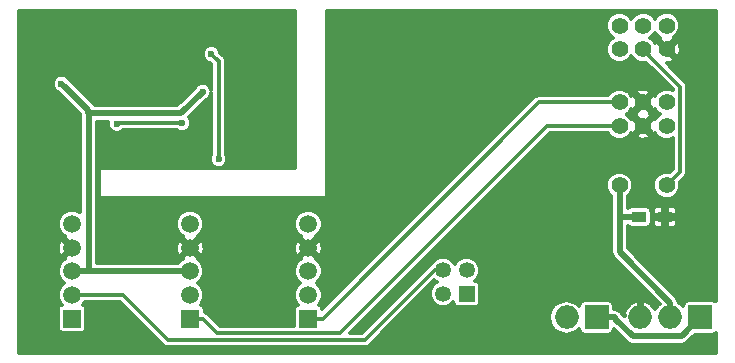
<source format=gbl>
G04 #@! TF.FileFunction,Copper,L2,Bot,Signal*
%FSLAX46Y46*%
G04 Gerber Fmt 4.6, Leading zero omitted, Abs format (unit mm)*
G04 Created by KiCad (PCBNEW 4.0.4-1.fc24-product) date Thu Jan 11 10:47:53 2018*
%MOMM*%
%LPD*%
G01*
G04 APERTURE LIST*
%ADD10C,0.100000*%
%ADD11O,1.998980X1.998980*%
%ADD12R,1.998980X1.998980*%
%ADD13R,1.350000X1.350000*%
%ADD14C,1.350000*%
%ADD15R,1.500000X1.500000*%
%ADD16C,1.500000*%
%ADD17R,1.200000X0.900000*%
%ADD18C,1.400000*%
%ADD19C,0.600000*%
%ADD20C,0.300000*%
%ADD21C,0.500000*%
G04 APERTURE END LIST*
D10*
D11*
X172120000Y-107500000D03*
D12*
X177200000Y-107500000D03*
D11*
X174660000Y-107500000D03*
X165860000Y-107500000D03*
D12*
X168400000Y-107500000D03*
D13*
X157400000Y-105500000D03*
D14*
X155400000Y-105500000D03*
X157400000Y-103500000D03*
X155400000Y-103500000D03*
D15*
X144000000Y-107600000D03*
D16*
X144000000Y-105600000D03*
X144000000Y-103600000D03*
X144000000Y-101600000D03*
X144000000Y-99600000D03*
D15*
X134000000Y-107600000D03*
D16*
X134000000Y-105600000D03*
X134000000Y-103600000D03*
X134000000Y-101600000D03*
X134000000Y-99600000D03*
D15*
X124000000Y-107600000D03*
D16*
X124000000Y-105600000D03*
X124000000Y-103600000D03*
X124000000Y-101600000D03*
X124000000Y-99600000D03*
D17*
X172000000Y-99000000D03*
X174200000Y-99000000D03*
D18*
X170350000Y-82800000D03*
X172350000Y-82800000D03*
X174350000Y-96300000D03*
X174350000Y-82800000D03*
X172350000Y-91300000D03*
X170350000Y-96300000D03*
X174350000Y-84800000D03*
X172350000Y-84800000D03*
X170350000Y-84800000D03*
X174350000Y-89300000D03*
X172350000Y-89300000D03*
X170350000Y-89300000D03*
X174350000Y-91300000D03*
X170350000Y-91300000D03*
D19*
X157600000Y-92199994D03*
X125600000Y-88900000D03*
X141800000Y-82500000D03*
X123100000Y-82400002D03*
X142216800Y-92678200D03*
X137872800Y-90389000D03*
X135800000Y-85200000D03*
X136400000Y-94100000D03*
X123100004Y-87700000D03*
X135050300Y-88380500D03*
X127800000Y-91100000D03*
X133339561Y-91066005D03*
D20*
X136099999Y-85499999D02*
X135800000Y-85200000D01*
X136400000Y-94100000D02*
X136400000Y-85800000D01*
X136400000Y-85800000D02*
X136099999Y-85499999D01*
D21*
X124000000Y-103600000D02*
X125350000Y-103600000D01*
X125350000Y-103600000D02*
X125350000Y-103550000D01*
X125350000Y-103550000D02*
X125400000Y-103600000D01*
X125400000Y-103600000D02*
X125400000Y-90267900D01*
X125400000Y-90267900D02*
X125359000Y-90226900D01*
X125400000Y-103600000D02*
X134000000Y-103600000D01*
X123400003Y-87999999D02*
X123100004Y-87700000D01*
X125359000Y-89958996D02*
X123400003Y-87999999D01*
X125359000Y-90226900D02*
X125359000Y-89958996D01*
X133203900Y-90226900D02*
X135050300Y-88380500D01*
X125359000Y-90226900D02*
X133203900Y-90226900D01*
X172000000Y-99000000D02*
X170400000Y-99000000D01*
X170400000Y-99000000D02*
X170350000Y-98950000D01*
X170350000Y-98950000D02*
X170350000Y-98800000D01*
X170350000Y-101950000D02*
X170350000Y-98800000D01*
X170350000Y-98800000D02*
X170350000Y-96300000D01*
X174660000Y-107500000D02*
X174660000Y-106260000D01*
X174660000Y-106260000D02*
X170350000Y-101950000D01*
X175600500Y-109099500D02*
X177200000Y-107500000D01*
X171452400Y-109099500D02*
X175600500Y-109099500D01*
X169949800Y-107596900D02*
X171452400Y-109099500D01*
X169949800Y-107500000D02*
X169949800Y-107596900D01*
X168400000Y-107500000D02*
X169949800Y-107500000D01*
D20*
X144000000Y-107600000D02*
X145200000Y-107600000D01*
X145200000Y-107600000D02*
X163500000Y-89300000D01*
X163500000Y-89300000D02*
X170350000Y-89300000D01*
X134000000Y-107600000D02*
X135050000Y-107600000D01*
X135050000Y-107600000D02*
X136250001Y-108800001D01*
X136250001Y-108800001D02*
X146699999Y-108800001D01*
X146699999Y-108800001D02*
X164200000Y-91300000D01*
X164200000Y-91300000D02*
X169360051Y-91300000D01*
X169360051Y-91300000D02*
X170350000Y-91300000D01*
X124000000Y-105600000D02*
X128275900Y-105600000D01*
X128275900Y-105600000D02*
X132081900Y-109406000D01*
X132081900Y-109406000D02*
X148794000Y-109406000D01*
X148794000Y-109406000D02*
X154700000Y-103500000D01*
X154700000Y-103500000D02*
X155400000Y-103500000D01*
X133339561Y-91066005D02*
X127833995Y-91066005D01*
X127833995Y-91066005D02*
X127800000Y-91100000D01*
X174350000Y-96300000D02*
X175500001Y-95149999D01*
X175500001Y-95149999D02*
X175500001Y-87950001D01*
X175500001Y-87950001D02*
X173049999Y-85499999D01*
X173049999Y-85499999D02*
X172350000Y-84800000D01*
G36*
X142850000Y-94850000D02*
X136548845Y-94850000D01*
X136824286Y-94736189D01*
X137035448Y-94525395D01*
X137149869Y-94249839D01*
X137150130Y-93951470D01*
X137036189Y-93675714D01*
X137000000Y-93639462D01*
X137000000Y-85800000D01*
X136985999Y-85729610D01*
X136954328Y-85570389D01*
X136824264Y-85375736D01*
X136550086Y-85101558D01*
X136550130Y-85051470D01*
X136436189Y-84775714D01*
X136225395Y-84564552D01*
X135949839Y-84450131D01*
X135651470Y-84449870D01*
X135375714Y-84563811D01*
X135164552Y-84774605D01*
X135050131Y-85050161D01*
X135049870Y-85348530D01*
X135163811Y-85624286D01*
X135374605Y-85835448D01*
X135650161Y-85949869D01*
X135701386Y-85949914D01*
X135800000Y-86048528D01*
X135800000Y-88230929D01*
X135686489Y-87956214D01*
X135475695Y-87745052D01*
X135200139Y-87630631D01*
X134901770Y-87630370D01*
X134626014Y-87744311D01*
X134414852Y-87955105D01*
X134364511Y-88076339D01*
X132913950Y-89526900D01*
X125895989Y-89526900D01*
X125853975Y-89464021D01*
X123785853Y-87395899D01*
X123736193Y-87275714D01*
X123525399Y-87064552D01*
X123249843Y-86950131D01*
X122951474Y-86949870D01*
X122675718Y-87063811D01*
X122464556Y-87274605D01*
X122350135Y-87550161D01*
X122349874Y-87848530D01*
X122463815Y-88124286D01*
X122674609Y-88335448D01*
X122795843Y-88385789D01*
X124664474Y-90254420D01*
X124700000Y-90433023D01*
X124700000Y-98602684D01*
X124680633Y-98583283D01*
X124239742Y-98400209D01*
X123762353Y-98399793D01*
X123321143Y-98582097D01*
X122983283Y-98919367D01*
X122800209Y-99360258D01*
X122799793Y-99837647D01*
X122982097Y-100278857D01*
X123319367Y-100616717D01*
X123362434Y-100634600D01*
X123327657Y-100715525D01*
X124000000Y-101387868D01*
X124014143Y-101373726D01*
X124226275Y-101585858D01*
X124212132Y-101600000D01*
X124226275Y-101614143D01*
X124014143Y-101826275D01*
X124000000Y-101812132D01*
X123327657Y-102484475D01*
X123362301Y-102565091D01*
X123321143Y-102582097D01*
X122983283Y-102919367D01*
X122800209Y-103360258D01*
X122799793Y-103837647D01*
X122982097Y-104278857D01*
X123302943Y-104600265D01*
X122983283Y-104919367D01*
X122800209Y-105360258D01*
X122799793Y-105837647D01*
X122982097Y-106278857D01*
X123118860Y-106415860D01*
X123083240Y-106422562D01*
X122930081Y-106521117D01*
X122827332Y-106671495D01*
X122791184Y-106850000D01*
X122791184Y-108350000D01*
X122822562Y-108516760D01*
X122921117Y-108669919D01*
X123071495Y-108772668D01*
X123250000Y-108808816D01*
X124750000Y-108808816D01*
X124916760Y-108777438D01*
X125069919Y-108678883D01*
X125172668Y-108528505D01*
X125208816Y-108350000D01*
X125208816Y-106850000D01*
X125177438Y-106683240D01*
X125078883Y-106530081D01*
X124928505Y-106427332D01*
X124879668Y-106417442D01*
X125016717Y-106280633D01*
X125050199Y-106200000D01*
X128027372Y-106200000D01*
X131657636Y-109830264D01*
X131852290Y-109960328D01*
X132081900Y-110006000D01*
X148794000Y-110006000D01*
X149023610Y-109960328D01*
X149218264Y-109830264D01*
X154678704Y-104369824D01*
X154761907Y-104453172D01*
X154874446Y-104499902D01*
X154763571Y-104545715D01*
X154446828Y-104861907D01*
X154275196Y-105275242D01*
X154274805Y-105722795D01*
X154445715Y-106136429D01*
X154761907Y-106453172D01*
X155175242Y-106624804D01*
X155622795Y-106625195D01*
X156036429Y-106454285D01*
X156274093Y-106217034D01*
X156297562Y-106341760D01*
X156396117Y-106494919D01*
X156546495Y-106597668D01*
X156725000Y-106633816D01*
X158075000Y-106633816D01*
X158241760Y-106602438D01*
X158394919Y-106503883D01*
X158497668Y-106353505D01*
X158533816Y-106175000D01*
X158533816Y-104825000D01*
X158502438Y-104658240D01*
X158403883Y-104505081D01*
X158253505Y-104402332D01*
X158116305Y-104374548D01*
X158353172Y-104138093D01*
X158524804Y-103724758D01*
X158525195Y-103277205D01*
X158354285Y-102863571D01*
X158038093Y-102546828D01*
X157624758Y-102375196D01*
X157177205Y-102374805D01*
X156763571Y-102545715D01*
X156446828Y-102861907D01*
X156400098Y-102974446D01*
X156354285Y-102863571D01*
X156038093Y-102546828D01*
X155624758Y-102375196D01*
X155177205Y-102374805D01*
X154763571Y-102545715D01*
X154446828Y-102861907D01*
X154389642Y-102999626D01*
X154275736Y-103075736D01*
X148545472Y-108806000D01*
X147542528Y-108806000D01*
X164448528Y-91900000D01*
X169353613Y-91900000D01*
X169374509Y-91950572D01*
X169697727Y-92274354D01*
X170120247Y-92449800D01*
X170577746Y-92450199D01*
X171000572Y-92275491D01*
X171128207Y-92148078D01*
X171714054Y-92148078D01*
X171787819Y-92328970D01*
X172224382Y-92465781D01*
X172680070Y-92425114D01*
X172912181Y-92328970D01*
X172985946Y-92148078D01*
X172350000Y-91512132D01*
X171714054Y-92148078D01*
X171128207Y-92148078D01*
X171324354Y-91952273D01*
X171355865Y-91876386D01*
X171501922Y-91935946D01*
X172137868Y-91300000D01*
X171501922Y-90664054D01*
X171356104Y-90723516D01*
X171325491Y-90649428D01*
X171002273Y-90325646D01*
X170940882Y-90300154D01*
X171000572Y-90275491D01*
X171128207Y-90148078D01*
X171714054Y-90148078D01*
X171776005Y-90300000D01*
X171714054Y-90451922D01*
X172350000Y-91087868D01*
X172985946Y-90451922D01*
X172923995Y-90300000D01*
X172985946Y-90148078D01*
X172350000Y-89512132D01*
X171714054Y-90148078D01*
X171128207Y-90148078D01*
X171324354Y-89952273D01*
X171355865Y-89876386D01*
X171501922Y-89935946D01*
X172137868Y-89300000D01*
X171501922Y-88664054D01*
X171356104Y-88723516D01*
X171325491Y-88649428D01*
X171128330Y-88451922D01*
X171714054Y-88451922D01*
X172350000Y-89087868D01*
X172985946Y-88451922D01*
X172912181Y-88271030D01*
X172475618Y-88134219D01*
X172019930Y-88174886D01*
X171787819Y-88271030D01*
X171714054Y-88451922D01*
X171128330Y-88451922D01*
X171002273Y-88325646D01*
X170579753Y-88150200D01*
X170122254Y-88149801D01*
X169699428Y-88324509D01*
X169375646Y-88647727D01*
X169353940Y-88700000D01*
X163500000Y-88700000D01*
X163270390Y-88745672D01*
X163075736Y-88875736D01*
X145191817Y-106759655D01*
X145177438Y-106683240D01*
X145078883Y-106530081D01*
X144928505Y-106427332D01*
X144879668Y-106417442D01*
X145016717Y-106280633D01*
X145199791Y-105839742D01*
X145200207Y-105362353D01*
X145017903Y-104921143D01*
X144697057Y-104599735D01*
X145016717Y-104280633D01*
X145199791Y-103839742D01*
X145200207Y-103362353D01*
X145017903Y-102921143D01*
X144680633Y-102583283D01*
X144637566Y-102565400D01*
X144672343Y-102484475D01*
X144000000Y-101812132D01*
X143327657Y-102484475D01*
X143362301Y-102565091D01*
X143321143Y-102582097D01*
X142983283Y-102919367D01*
X142800209Y-103360258D01*
X142799793Y-103837647D01*
X142982097Y-104278857D01*
X143302943Y-104600265D01*
X142983283Y-104919367D01*
X142800209Y-105360258D01*
X142799793Y-105837647D01*
X142982097Y-106278857D01*
X143118860Y-106415860D01*
X143083240Y-106422562D01*
X142930081Y-106521117D01*
X142827332Y-106671495D01*
X142791184Y-106850000D01*
X142791184Y-108200001D01*
X136498529Y-108200001D01*
X135474264Y-107175736D01*
X135279610Y-107045672D01*
X135208816Y-107031590D01*
X135208816Y-106850000D01*
X135177438Y-106683240D01*
X135078883Y-106530081D01*
X134928505Y-106427332D01*
X134879668Y-106417442D01*
X135016717Y-106280633D01*
X135199791Y-105839742D01*
X135200207Y-105362353D01*
X135017903Y-104921143D01*
X134697057Y-104599735D01*
X135016717Y-104280633D01*
X135199791Y-103839742D01*
X135200207Y-103362353D01*
X135017903Y-102921143D01*
X134680633Y-102583283D01*
X134637566Y-102565400D01*
X134672343Y-102484475D01*
X134000000Y-101812132D01*
X133327657Y-102484475D01*
X133362301Y-102565091D01*
X133321143Y-102582097D01*
X133002684Y-102900000D01*
X126100000Y-102900000D01*
X126100000Y-101462388D01*
X132784255Y-101462388D01*
X132824136Y-101938108D01*
X132929460Y-102192383D01*
X133115525Y-102272343D01*
X133787868Y-101600000D01*
X134212132Y-101600000D01*
X134884475Y-102272343D01*
X135070540Y-102192383D01*
X135215745Y-101737612D01*
X135192673Y-101462388D01*
X142784255Y-101462388D01*
X142824136Y-101938108D01*
X142929460Y-102192383D01*
X143115525Y-102272343D01*
X143787868Y-101600000D01*
X144212132Y-101600000D01*
X144884475Y-102272343D01*
X145070540Y-102192383D01*
X145215745Y-101737612D01*
X145175864Y-101261892D01*
X145070540Y-101007617D01*
X144884475Y-100927657D01*
X144212132Y-101600000D01*
X143787868Y-101600000D01*
X143115525Y-100927657D01*
X142929460Y-101007617D01*
X142784255Y-101462388D01*
X135192673Y-101462388D01*
X135175864Y-101261892D01*
X135070540Y-101007617D01*
X134884475Y-100927657D01*
X134212132Y-101600000D01*
X133787868Y-101600000D01*
X133115525Y-100927657D01*
X132929460Y-101007617D01*
X132784255Y-101462388D01*
X126100000Y-101462388D01*
X126100000Y-99837647D01*
X132799793Y-99837647D01*
X132982097Y-100278857D01*
X133319367Y-100616717D01*
X133362434Y-100634600D01*
X133327657Y-100715525D01*
X134000000Y-101387868D01*
X134672343Y-100715525D01*
X134637699Y-100634909D01*
X134678857Y-100617903D01*
X135016717Y-100280633D01*
X135199791Y-99839742D01*
X135199792Y-99837647D01*
X142799793Y-99837647D01*
X142982097Y-100278857D01*
X143319367Y-100616717D01*
X143362434Y-100634600D01*
X143327657Y-100715525D01*
X144000000Y-101387868D01*
X144672343Y-100715525D01*
X144637699Y-100634909D01*
X144678857Y-100617903D01*
X145016717Y-100280633D01*
X145199791Y-99839742D01*
X145200207Y-99362353D01*
X145017903Y-98921143D01*
X144680633Y-98583283D01*
X144239742Y-98400209D01*
X143762353Y-98399793D01*
X143321143Y-98582097D01*
X142983283Y-98919367D01*
X142800209Y-99360258D01*
X142799793Y-99837647D01*
X135199792Y-99837647D01*
X135200207Y-99362353D01*
X135017903Y-98921143D01*
X134680633Y-98583283D01*
X134239742Y-98400209D01*
X133762353Y-98399793D01*
X133321143Y-98582097D01*
X132983283Y-98919367D01*
X132800209Y-99360258D01*
X132799793Y-99837647D01*
X126100000Y-99837647D01*
X126100000Y-90926900D01*
X127059790Y-90926900D01*
X127050131Y-90950161D01*
X127049870Y-91248530D01*
X127163811Y-91524286D01*
X127374605Y-91735448D01*
X127650161Y-91849869D01*
X127948530Y-91850130D01*
X128224286Y-91736189D01*
X128294593Y-91666005D01*
X132878780Y-91666005D01*
X132914166Y-91701453D01*
X133189722Y-91815874D01*
X133488091Y-91816135D01*
X133763847Y-91702194D01*
X133975009Y-91491400D01*
X134089430Y-91215844D01*
X134089691Y-90917475D01*
X133975750Y-90641719D01*
X133877476Y-90543274D01*
X135354401Y-89066349D01*
X135474586Y-89016689D01*
X135685748Y-88805895D01*
X135800000Y-88530746D01*
X135800000Y-93639219D01*
X135764552Y-93674605D01*
X135650131Y-93950161D01*
X135649870Y-94248530D01*
X135763811Y-94524286D01*
X135974605Y-94735448D01*
X136250161Y-94849869D01*
X136399917Y-94850000D01*
X126400000Y-94850000D01*
X126341642Y-94861818D01*
X126292479Y-94895409D01*
X126260258Y-94945481D01*
X126250000Y-95000000D01*
X126250000Y-97200000D01*
X126261818Y-97258358D01*
X126295409Y-97307521D01*
X126345481Y-97339742D01*
X126400000Y-97350000D01*
X145400000Y-97350000D01*
X145458358Y-97338182D01*
X145507521Y-97304591D01*
X145539742Y-97254519D01*
X145550000Y-97200000D01*
X145550000Y-83027746D01*
X169199801Y-83027746D01*
X169374509Y-83450572D01*
X169697727Y-83774354D01*
X169759118Y-83799846D01*
X169699428Y-83824509D01*
X169375646Y-84147727D01*
X169200200Y-84570247D01*
X169199801Y-85027746D01*
X169374509Y-85450572D01*
X169697727Y-85774354D01*
X170120247Y-85949800D01*
X170577746Y-85950199D01*
X171000572Y-85775491D01*
X171324354Y-85452273D01*
X171349846Y-85390882D01*
X171374509Y-85450572D01*
X171697727Y-85774354D01*
X172120247Y-85949800D01*
X172577746Y-85950199D01*
X172630057Y-85928585D01*
X174900001Y-88198529D01*
X174900001Y-88283179D01*
X174579753Y-88150200D01*
X174122254Y-88149801D01*
X173699428Y-88324509D01*
X173375646Y-88647727D01*
X173344135Y-88723614D01*
X173198078Y-88664054D01*
X172562132Y-89300000D01*
X173198078Y-89935946D01*
X173343896Y-89876484D01*
X173374509Y-89950572D01*
X173697727Y-90274354D01*
X173759118Y-90299846D01*
X173699428Y-90324509D01*
X173375646Y-90647727D01*
X173344135Y-90723614D01*
X173198078Y-90664054D01*
X172562132Y-91300000D01*
X173198078Y-91935946D01*
X173343896Y-91876484D01*
X173374509Y-91950572D01*
X173697727Y-92274354D01*
X174120247Y-92449800D01*
X174577746Y-92450199D01*
X174900001Y-92317046D01*
X174900001Y-94901471D01*
X174630288Y-95171184D01*
X174579753Y-95150200D01*
X174122254Y-95149801D01*
X173699428Y-95324509D01*
X173375646Y-95647727D01*
X173200200Y-96070247D01*
X173199801Y-96527746D01*
X173374509Y-96950572D01*
X173697727Y-97274354D01*
X174120247Y-97449800D01*
X174577746Y-97450199D01*
X175000572Y-97275491D01*
X175324354Y-96952273D01*
X175499800Y-96529753D01*
X175500199Y-96072254D01*
X175478585Y-96019943D01*
X175924265Y-95574263D01*
X176054329Y-95379609D01*
X176100001Y-95149999D01*
X176100001Y-87950001D01*
X176054329Y-87720391D01*
X175924265Y-87525737D01*
X174352845Y-85954317D01*
X174680070Y-85925114D01*
X174912181Y-85828970D01*
X174985946Y-85648078D01*
X174350000Y-85012132D01*
X174335858Y-85026275D01*
X174123726Y-84814143D01*
X174137868Y-84800000D01*
X174562132Y-84800000D01*
X175198078Y-85435946D01*
X175378970Y-85362181D01*
X175515781Y-84925618D01*
X175475114Y-84469930D01*
X175378970Y-84237819D01*
X175198078Y-84164054D01*
X174562132Y-84800000D01*
X174137868Y-84800000D01*
X173501922Y-84164054D01*
X173356104Y-84223516D01*
X173325491Y-84149428D01*
X173002273Y-83825646D01*
X172940882Y-83800154D01*
X173000572Y-83775491D01*
X173324354Y-83452273D01*
X173349846Y-83390882D01*
X173374509Y-83450572D01*
X173697727Y-83774354D01*
X173773614Y-83805865D01*
X173714054Y-83951922D01*
X174350000Y-84587868D01*
X174985946Y-83951922D01*
X174926484Y-83806104D01*
X175000572Y-83775491D01*
X175324354Y-83452273D01*
X175499800Y-83029753D01*
X175500199Y-82572254D01*
X175325491Y-82149428D01*
X175002273Y-81825646D01*
X174579753Y-81650200D01*
X174122254Y-81649801D01*
X173699428Y-81824509D01*
X173375646Y-82147727D01*
X173350154Y-82209118D01*
X173325491Y-82149428D01*
X173002273Y-81825646D01*
X172579753Y-81650200D01*
X172122254Y-81649801D01*
X171699428Y-81824509D01*
X171375646Y-82147727D01*
X171350154Y-82209118D01*
X171325491Y-82149428D01*
X171002273Y-81825646D01*
X170579753Y-81650200D01*
X170122254Y-81649801D01*
X169699428Y-81824509D01*
X169375646Y-82147727D01*
X169200200Y-82570247D01*
X169199801Y-83027746D01*
X145550000Y-83027746D01*
X145550000Y-81525000D01*
X178475000Y-81525000D01*
X178475000Y-106144123D01*
X178377995Y-106077842D01*
X178199490Y-106041694D01*
X176200510Y-106041694D01*
X176033750Y-106073072D01*
X175880591Y-106171627D01*
X175777842Y-106322005D01*
X175741694Y-106500510D01*
X175741694Y-106517489D01*
X175713341Y-106475056D01*
X175355174Y-106235736D01*
X175306716Y-105992122D01*
X175154975Y-105765025D01*
X175154972Y-105765023D01*
X171050000Y-101660050D01*
X171050000Y-99737102D01*
X171071117Y-99769919D01*
X171221495Y-99872668D01*
X171400000Y-99908816D01*
X172600000Y-99908816D01*
X172766760Y-99877438D01*
X172919919Y-99778883D01*
X173022668Y-99628505D01*
X173058816Y-99450000D01*
X173058816Y-99262500D01*
X173150000Y-99262500D01*
X173150000Y-99539510D01*
X173218508Y-99704904D01*
X173345095Y-99831491D01*
X173510489Y-99900000D01*
X173937500Y-99900000D01*
X174050000Y-99787500D01*
X174050000Y-99150000D01*
X174350000Y-99150000D01*
X174350000Y-99787500D01*
X174462500Y-99900000D01*
X174889511Y-99900000D01*
X175054905Y-99831491D01*
X175181492Y-99704904D01*
X175250000Y-99539510D01*
X175250000Y-99262500D01*
X175137500Y-99150000D01*
X174350000Y-99150000D01*
X174050000Y-99150000D01*
X173262500Y-99150000D01*
X173150000Y-99262500D01*
X173058816Y-99262500D01*
X173058816Y-98550000D01*
X173041974Y-98460490D01*
X173150000Y-98460490D01*
X173150000Y-98737500D01*
X173262500Y-98850000D01*
X174050000Y-98850000D01*
X174050000Y-98212500D01*
X174350000Y-98212500D01*
X174350000Y-98850000D01*
X175137500Y-98850000D01*
X175250000Y-98737500D01*
X175250000Y-98460490D01*
X175181492Y-98295096D01*
X175054905Y-98168509D01*
X174889511Y-98100000D01*
X174462500Y-98100000D01*
X174350000Y-98212500D01*
X174050000Y-98212500D01*
X173937500Y-98100000D01*
X173510489Y-98100000D01*
X173345095Y-98168509D01*
X173218508Y-98295096D01*
X173150000Y-98460490D01*
X173041974Y-98460490D01*
X173027438Y-98383240D01*
X172928883Y-98230081D01*
X172778505Y-98127332D01*
X172600000Y-98091184D01*
X171400000Y-98091184D01*
X171233240Y-98122562D01*
X171080081Y-98221117D01*
X171050000Y-98265142D01*
X171050000Y-97226149D01*
X171324354Y-96952273D01*
X171499800Y-96529753D01*
X171500199Y-96072254D01*
X171325491Y-95649428D01*
X171002273Y-95325646D01*
X170579753Y-95150200D01*
X170122254Y-95149801D01*
X169699428Y-95324509D01*
X169375646Y-95647727D01*
X169200200Y-96070247D01*
X169199801Y-96527746D01*
X169374509Y-96950572D01*
X169650000Y-97226544D01*
X169650000Y-101950000D01*
X169703284Y-102217879D01*
X169855025Y-102444975D01*
X173773576Y-106363525D01*
X173606659Y-106475056D01*
X173386947Y-106803878D01*
X173374543Y-106773931D01*
X173001192Y-106349107D01*
X172493688Y-106099496D01*
X172270000Y-106170781D01*
X172270000Y-107350000D01*
X172290000Y-107350000D01*
X172290000Y-107650000D01*
X172270000Y-107650000D01*
X172270000Y-107670000D01*
X171970000Y-107670000D01*
X171970000Y-107650000D01*
X171950000Y-107650000D01*
X171950000Y-107350000D01*
X171970000Y-107350000D01*
X171970000Y-106170781D01*
X171746312Y-106099496D01*
X171238808Y-106349107D01*
X170865457Y-106773931D01*
X170719507Y-107126314D01*
X170791450Y-107349998D01*
X170692848Y-107349998D01*
X170601865Y-107259015D01*
X170596516Y-107232122D01*
X170444775Y-107005025D01*
X170217678Y-106853284D01*
X169949800Y-106800000D01*
X169858306Y-106800000D01*
X169858306Y-106500510D01*
X169826928Y-106333750D01*
X169728373Y-106180591D01*
X169577995Y-106077842D01*
X169399490Y-106041694D01*
X167400510Y-106041694D01*
X167233750Y-106073072D01*
X167080591Y-106171627D01*
X166977842Y-106322005D01*
X166941694Y-106500510D01*
X166941694Y-106517489D01*
X166913341Y-106475056D01*
X166443093Y-106160846D01*
X165888397Y-106050510D01*
X165831603Y-106050510D01*
X165276907Y-106160846D01*
X164806659Y-106475056D01*
X164492449Y-106945304D01*
X164382113Y-107500000D01*
X164492449Y-108054696D01*
X164806659Y-108524944D01*
X165276907Y-108839154D01*
X165831603Y-108949490D01*
X165888397Y-108949490D01*
X166443093Y-108839154D01*
X166913341Y-108524944D01*
X166941694Y-108482511D01*
X166941694Y-108499490D01*
X166973072Y-108666250D01*
X167071627Y-108819409D01*
X167222005Y-108922158D01*
X167400510Y-108958306D01*
X169399490Y-108958306D01*
X169566250Y-108926928D01*
X169719409Y-108828373D01*
X169822158Y-108677995D01*
X169858306Y-108499490D01*
X169858306Y-108495356D01*
X170957425Y-109594475D01*
X171184522Y-109746216D01*
X171452400Y-109799500D01*
X175600500Y-109799500D01*
X175868379Y-109746216D01*
X176095475Y-109594475D01*
X176731644Y-108958306D01*
X178199490Y-108958306D01*
X178366250Y-108926928D01*
X178475000Y-108856949D01*
X178475000Y-110475000D01*
X119525000Y-110475000D01*
X119525000Y-101462388D01*
X122784255Y-101462388D01*
X122824136Y-101938108D01*
X122929460Y-102192383D01*
X123115525Y-102272343D01*
X123787868Y-101600000D01*
X123115525Y-100927657D01*
X122929460Y-101007617D01*
X122784255Y-101462388D01*
X119525000Y-101462388D01*
X119525000Y-81525000D01*
X142850000Y-81525000D01*
X142850000Y-94850000D01*
X142850000Y-94850000D01*
G37*
X142850000Y-94850000D02*
X136548845Y-94850000D01*
X136824286Y-94736189D01*
X137035448Y-94525395D01*
X137149869Y-94249839D01*
X137150130Y-93951470D01*
X137036189Y-93675714D01*
X137000000Y-93639462D01*
X137000000Y-85800000D01*
X136985999Y-85729610D01*
X136954328Y-85570389D01*
X136824264Y-85375736D01*
X136550086Y-85101558D01*
X136550130Y-85051470D01*
X136436189Y-84775714D01*
X136225395Y-84564552D01*
X135949839Y-84450131D01*
X135651470Y-84449870D01*
X135375714Y-84563811D01*
X135164552Y-84774605D01*
X135050131Y-85050161D01*
X135049870Y-85348530D01*
X135163811Y-85624286D01*
X135374605Y-85835448D01*
X135650161Y-85949869D01*
X135701386Y-85949914D01*
X135800000Y-86048528D01*
X135800000Y-88230929D01*
X135686489Y-87956214D01*
X135475695Y-87745052D01*
X135200139Y-87630631D01*
X134901770Y-87630370D01*
X134626014Y-87744311D01*
X134414852Y-87955105D01*
X134364511Y-88076339D01*
X132913950Y-89526900D01*
X125895989Y-89526900D01*
X125853975Y-89464021D01*
X123785853Y-87395899D01*
X123736193Y-87275714D01*
X123525399Y-87064552D01*
X123249843Y-86950131D01*
X122951474Y-86949870D01*
X122675718Y-87063811D01*
X122464556Y-87274605D01*
X122350135Y-87550161D01*
X122349874Y-87848530D01*
X122463815Y-88124286D01*
X122674609Y-88335448D01*
X122795843Y-88385789D01*
X124664474Y-90254420D01*
X124700000Y-90433023D01*
X124700000Y-98602684D01*
X124680633Y-98583283D01*
X124239742Y-98400209D01*
X123762353Y-98399793D01*
X123321143Y-98582097D01*
X122983283Y-98919367D01*
X122800209Y-99360258D01*
X122799793Y-99837647D01*
X122982097Y-100278857D01*
X123319367Y-100616717D01*
X123362434Y-100634600D01*
X123327657Y-100715525D01*
X124000000Y-101387868D01*
X124014143Y-101373726D01*
X124226275Y-101585858D01*
X124212132Y-101600000D01*
X124226275Y-101614143D01*
X124014143Y-101826275D01*
X124000000Y-101812132D01*
X123327657Y-102484475D01*
X123362301Y-102565091D01*
X123321143Y-102582097D01*
X122983283Y-102919367D01*
X122800209Y-103360258D01*
X122799793Y-103837647D01*
X122982097Y-104278857D01*
X123302943Y-104600265D01*
X122983283Y-104919367D01*
X122800209Y-105360258D01*
X122799793Y-105837647D01*
X122982097Y-106278857D01*
X123118860Y-106415860D01*
X123083240Y-106422562D01*
X122930081Y-106521117D01*
X122827332Y-106671495D01*
X122791184Y-106850000D01*
X122791184Y-108350000D01*
X122822562Y-108516760D01*
X122921117Y-108669919D01*
X123071495Y-108772668D01*
X123250000Y-108808816D01*
X124750000Y-108808816D01*
X124916760Y-108777438D01*
X125069919Y-108678883D01*
X125172668Y-108528505D01*
X125208816Y-108350000D01*
X125208816Y-106850000D01*
X125177438Y-106683240D01*
X125078883Y-106530081D01*
X124928505Y-106427332D01*
X124879668Y-106417442D01*
X125016717Y-106280633D01*
X125050199Y-106200000D01*
X128027372Y-106200000D01*
X131657636Y-109830264D01*
X131852290Y-109960328D01*
X132081900Y-110006000D01*
X148794000Y-110006000D01*
X149023610Y-109960328D01*
X149218264Y-109830264D01*
X154678704Y-104369824D01*
X154761907Y-104453172D01*
X154874446Y-104499902D01*
X154763571Y-104545715D01*
X154446828Y-104861907D01*
X154275196Y-105275242D01*
X154274805Y-105722795D01*
X154445715Y-106136429D01*
X154761907Y-106453172D01*
X155175242Y-106624804D01*
X155622795Y-106625195D01*
X156036429Y-106454285D01*
X156274093Y-106217034D01*
X156297562Y-106341760D01*
X156396117Y-106494919D01*
X156546495Y-106597668D01*
X156725000Y-106633816D01*
X158075000Y-106633816D01*
X158241760Y-106602438D01*
X158394919Y-106503883D01*
X158497668Y-106353505D01*
X158533816Y-106175000D01*
X158533816Y-104825000D01*
X158502438Y-104658240D01*
X158403883Y-104505081D01*
X158253505Y-104402332D01*
X158116305Y-104374548D01*
X158353172Y-104138093D01*
X158524804Y-103724758D01*
X158525195Y-103277205D01*
X158354285Y-102863571D01*
X158038093Y-102546828D01*
X157624758Y-102375196D01*
X157177205Y-102374805D01*
X156763571Y-102545715D01*
X156446828Y-102861907D01*
X156400098Y-102974446D01*
X156354285Y-102863571D01*
X156038093Y-102546828D01*
X155624758Y-102375196D01*
X155177205Y-102374805D01*
X154763571Y-102545715D01*
X154446828Y-102861907D01*
X154389642Y-102999626D01*
X154275736Y-103075736D01*
X148545472Y-108806000D01*
X147542528Y-108806000D01*
X164448528Y-91900000D01*
X169353613Y-91900000D01*
X169374509Y-91950572D01*
X169697727Y-92274354D01*
X170120247Y-92449800D01*
X170577746Y-92450199D01*
X171000572Y-92275491D01*
X171128207Y-92148078D01*
X171714054Y-92148078D01*
X171787819Y-92328970D01*
X172224382Y-92465781D01*
X172680070Y-92425114D01*
X172912181Y-92328970D01*
X172985946Y-92148078D01*
X172350000Y-91512132D01*
X171714054Y-92148078D01*
X171128207Y-92148078D01*
X171324354Y-91952273D01*
X171355865Y-91876386D01*
X171501922Y-91935946D01*
X172137868Y-91300000D01*
X171501922Y-90664054D01*
X171356104Y-90723516D01*
X171325491Y-90649428D01*
X171002273Y-90325646D01*
X170940882Y-90300154D01*
X171000572Y-90275491D01*
X171128207Y-90148078D01*
X171714054Y-90148078D01*
X171776005Y-90300000D01*
X171714054Y-90451922D01*
X172350000Y-91087868D01*
X172985946Y-90451922D01*
X172923995Y-90300000D01*
X172985946Y-90148078D01*
X172350000Y-89512132D01*
X171714054Y-90148078D01*
X171128207Y-90148078D01*
X171324354Y-89952273D01*
X171355865Y-89876386D01*
X171501922Y-89935946D01*
X172137868Y-89300000D01*
X171501922Y-88664054D01*
X171356104Y-88723516D01*
X171325491Y-88649428D01*
X171128330Y-88451922D01*
X171714054Y-88451922D01*
X172350000Y-89087868D01*
X172985946Y-88451922D01*
X172912181Y-88271030D01*
X172475618Y-88134219D01*
X172019930Y-88174886D01*
X171787819Y-88271030D01*
X171714054Y-88451922D01*
X171128330Y-88451922D01*
X171002273Y-88325646D01*
X170579753Y-88150200D01*
X170122254Y-88149801D01*
X169699428Y-88324509D01*
X169375646Y-88647727D01*
X169353940Y-88700000D01*
X163500000Y-88700000D01*
X163270390Y-88745672D01*
X163075736Y-88875736D01*
X145191817Y-106759655D01*
X145177438Y-106683240D01*
X145078883Y-106530081D01*
X144928505Y-106427332D01*
X144879668Y-106417442D01*
X145016717Y-106280633D01*
X145199791Y-105839742D01*
X145200207Y-105362353D01*
X145017903Y-104921143D01*
X144697057Y-104599735D01*
X145016717Y-104280633D01*
X145199791Y-103839742D01*
X145200207Y-103362353D01*
X145017903Y-102921143D01*
X144680633Y-102583283D01*
X144637566Y-102565400D01*
X144672343Y-102484475D01*
X144000000Y-101812132D01*
X143327657Y-102484475D01*
X143362301Y-102565091D01*
X143321143Y-102582097D01*
X142983283Y-102919367D01*
X142800209Y-103360258D01*
X142799793Y-103837647D01*
X142982097Y-104278857D01*
X143302943Y-104600265D01*
X142983283Y-104919367D01*
X142800209Y-105360258D01*
X142799793Y-105837647D01*
X142982097Y-106278857D01*
X143118860Y-106415860D01*
X143083240Y-106422562D01*
X142930081Y-106521117D01*
X142827332Y-106671495D01*
X142791184Y-106850000D01*
X142791184Y-108200001D01*
X136498529Y-108200001D01*
X135474264Y-107175736D01*
X135279610Y-107045672D01*
X135208816Y-107031590D01*
X135208816Y-106850000D01*
X135177438Y-106683240D01*
X135078883Y-106530081D01*
X134928505Y-106427332D01*
X134879668Y-106417442D01*
X135016717Y-106280633D01*
X135199791Y-105839742D01*
X135200207Y-105362353D01*
X135017903Y-104921143D01*
X134697057Y-104599735D01*
X135016717Y-104280633D01*
X135199791Y-103839742D01*
X135200207Y-103362353D01*
X135017903Y-102921143D01*
X134680633Y-102583283D01*
X134637566Y-102565400D01*
X134672343Y-102484475D01*
X134000000Y-101812132D01*
X133327657Y-102484475D01*
X133362301Y-102565091D01*
X133321143Y-102582097D01*
X133002684Y-102900000D01*
X126100000Y-102900000D01*
X126100000Y-101462388D01*
X132784255Y-101462388D01*
X132824136Y-101938108D01*
X132929460Y-102192383D01*
X133115525Y-102272343D01*
X133787868Y-101600000D01*
X134212132Y-101600000D01*
X134884475Y-102272343D01*
X135070540Y-102192383D01*
X135215745Y-101737612D01*
X135192673Y-101462388D01*
X142784255Y-101462388D01*
X142824136Y-101938108D01*
X142929460Y-102192383D01*
X143115525Y-102272343D01*
X143787868Y-101600000D01*
X144212132Y-101600000D01*
X144884475Y-102272343D01*
X145070540Y-102192383D01*
X145215745Y-101737612D01*
X145175864Y-101261892D01*
X145070540Y-101007617D01*
X144884475Y-100927657D01*
X144212132Y-101600000D01*
X143787868Y-101600000D01*
X143115525Y-100927657D01*
X142929460Y-101007617D01*
X142784255Y-101462388D01*
X135192673Y-101462388D01*
X135175864Y-101261892D01*
X135070540Y-101007617D01*
X134884475Y-100927657D01*
X134212132Y-101600000D01*
X133787868Y-101600000D01*
X133115525Y-100927657D01*
X132929460Y-101007617D01*
X132784255Y-101462388D01*
X126100000Y-101462388D01*
X126100000Y-99837647D01*
X132799793Y-99837647D01*
X132982097Y-100278857D01*
X133319367Y-100616717D01*
X133362434Y-100634600D01*
X133327657Y-100715525D01*
X134000000Y-101387868D01*
X134672343Y-100715525D01*
X134637699Y-100634909D01*
X134678857Y-100617903D01*
X135016717Y-100280633D01*
X135199791Y-99839742D01*
X135199792Y-99837647D01*
X142799793Y-99837647D01*
X142982097Y-100278857D01*
X143319367Y-100616717D01*
X143362434Y-100634600D01*
X143327657Y-100715525D01*
X144000000Y-101387868D01*
X144672343Y-100715525D01*
X144637699Y-100634909D01*
X144678857Y-100617903D01*
X145016717Y-100280633D01*
X145199791Y-99839742D01*
X145200207Y-99362353D01*
X145017903Y-98921143D01*
X144680633Y-98583283D01*
X144239742Y-98400209D01*
X143762353Y-98399793D01*
X143321143Y-98582097D01*
X142983283Y-98919367D01*
X142800209Y-99360258D01*
X142799793Y-99837647D01*
X135199792Y-99837647D01*
X135200207Y-99362353D01*
X135017903Y-98921143D01*
X134680633Y-98583283D01*
X134239742Y-98400209D01*
X133762353Y-98399793D01*
X133321143Y-98582097D01*
X132983283Y-98919367D01*
X132800209Y-99360258D01*
X132799793Y-99837647D01*
X126100000Y-99837647D01*
X126100000Y-90926900D01*
X127059790Y-90926900D01*
X127050131Y-90950161D01*
X127049870Y-91248530D01*
X127163811Y-91524286D01*
X127374605Y-91735448D01*
X127650161Y-91849869D01*
X127948530Y-91850130D01*
X128224286Y-91736189D01*
X128294593Y-91666005D01*
X132878780Y-91666005D01*
X132914166Y-91701453D01*
X133189722Y-91815874D01*
X133488091Y-91816135D01*
X133763847Y-91702194D01*
X133975009Y-91491400D01*
X134089430Y-91215844D01*
X134089691Y-90917475D01*
X133975750Y-90641719D01*
X133877476Y-90543274D01*
X135354401Y-89066349D01*
X135474586Y-89016689D01*
X135685748Y-88805895D01*
X135800000Y-88530746D01*
X135800000Y-93639219D01*
X135764552Y-93674605D01*
X135650131Y-93950161D01*
X135649870Y-94248530D01*
X135763811Y-94524286D01*
X135974605Y-94735448D01*
X136250161Y-94849869D01*
X136399917Y-94850000D01*
X126400000Y-94850000D01*
X126341642Y-94861818D01*
X126292479Y-94895409D01*
X126260258Y-94945481D01*
X126250000Y-95000000D01*
X126250000Y-97200000D01*
X126261818Y-97258358D01*
X126295409Y-97307521D01*
X126345481Y-97339742D01*
X126400000Y-97350000D01*
X145400000Y-97350000D01*
X145458358Y-97338182D01*
X145507521Y-97304591D01*
X145539742Y-97254519D01*
X145550000Y-97200000D01*
X145550000Y-83027746D01*
X169199801Y-83027746D01*
X169374509Y-83450572D01*
X169697727Y-83774354D01*
X169759118Y-83799846D01*
X169699428Y-83824509D01*
X169375646Y-84147727D01*
X169200200Y-84570247D01*
X169199801Y-85027746D01*
X169374509Y-85450572D01*
X169697727Y-85774354D01*
X170120247Y-85949800D01*
X170577746Y-85950199D01*
X171000572Y-85775491D01*
X171324354Y-85452273D01*
X171349846Y-85390882D01*
X171374509Y-85450572D01*
X171697727Y-85774354D01*
X172120247Y-85949800D01*
X172577746Y-85950199D01*
X172630057Y-85928585D01*
X174900001Y-88198529D01*
X174900001Y-88283179D01*
X174579753Y-88150200D01*
X174122254Y-88149801D01*
X173699428Y-88324509D01*
X173375646Y-88647727D01*
X173344135Y-88723614D01*
X173198078Y-88664054D01*
X172562132Y-89300000D01*
X173198078Y-89935946D01*
X173343896Y-89876484D01*
X173374509Y-89950572D01*
X173697727Y-90274354D01*
X173759118Y-90299846D01*
X173699428Y-90324509D01*
X173375646Y-90647727D01*
X173344135Y-90723614D01*
X173198078Y-90664054D01*
X172562132Y-91300000D01*
X173198078Y-91935946D01*
X173343896Y-91876484D01*
X173374509Y-91950572D01*
X173697727Y-92274354D01*
X174120247Y-92449800D01*
X174577746Y-92450199D01*
X174900001Y-92317046D01*
X174900001Y-94901471D01*
X174630288Y-95171184D01*
X174579753Y-95150200D01*
X174122254Y-95149801D01*
X173699428Y-95324509D01*
X173375646Y-95647727D01*
X173200200Y-96070247D01*
X173199801Y-96527746D01*
X173374509Y-96950572D01*
X173697727Y-97274354D01*
X174120247Y-97449800D01*
X174577746Y-97450199D01*
X175000572Y-97275491D01*
X175324354Y-96952273D01*
X175499800Y-96529753D01*
X175500199Y-96072254D01*
X175478585Y-96019943D01*
X175924265Y-95574263D01*
X176054329Y-95379609D01*
X176100001Y-95149999D01*
X176100001Y-87950001D01*
X176054329Y-87720391D01*
X175924265Y-87525737D01*
X174352845Y-85954317D01*
X174680070Y-85925114D01*
X174912181Y-85828970D01*
X174985946Y-85648078D01*
X174350000Y-85012132D01*
X174335858Y-85026275D01*
X174123726Y-84814143D01*
X174137868Y-84800000D01*
X174562132Y-84800000D01*
X175198078Y-85435946D01*
X175378970Y-85362181D01*
X175515781Y-84925618D01*
X175475114Y-84469930D01*
X175378970Y-84237819D01*
X175198078Y-84164054D01*
X174562132Y-84800000D01*
X174137868Y-84800000D01*
X173501922Y-84164054D01*
X173356104Y-84223516D01*
X173325491Y-84149428D01*
X173002273Y-83825646D01*
X172940882Y-83800154D01*
X173000572Y-83775491D01*
X173324354Y-83452273D01*
X173349846Y-83390882D01*
X173374509Y-83450572D01*
X173697727Y-83774354D01*
X173773614Y-83805865D01*
X173714054Y-83951922D01*
X174350000Y-84587868D01*
X174985946Y-83951922D01*
X174926484Y-83806104D01*
X175000572Y-83775491D01*
X175324354Y-83452273D01*
X175499800Y-83029753D01*
X175500199Y-82572254D01*
X175325491Y-82149428D01*
X175002273Y-81825646D01*
X174579753Y-81650200D01*
X174122254Y-81649801D01*
X173699428Y-81824509D01*
X173375646Y-82147727D01*
X173350154Y-82209118D01*
X173325491Y-82149428D01*
X173002273Y-81825646D01*
X172579753Y-81650200D01*
X172122254Y-81649801D01*
X171699428Y-81824509D01*
X171375646Y-82147727D01*
X171350154Y-82209118D01*
X171325491Y-82149428D01*
X171002273Y-81825646D01*
X170579753Y-81650200D01*
X170122254Y-81649801D01*
X169699428Y-81824509D01*
X169375646Y-82147727D01*
X169200200Y-82570247D01*
X169199801Y-83027746D01*
X145550000Y-83027746D01*
X145550000Y-81525000D01*
X178475000Y-81525000D01*
X178475000Y-106144123D01*
X178377995Y-106077842D01*
X178199490Y-106041694D01*
X176200510Y-106041694D01*
X176033750Y-106073072D01*
X175880591Y-106171627D01*
X175777842Y-106322005D01*
X175741694Y-106500510D01*
X175741694Y-106517489D01*
X175713341Y-106475056D01*
X175355174Y-106235736D01*
X175306716Y-105992122D01*
X175154975Y-105765025D01*
X175154972Y-105765023D01*
X171050000Y-101660050D01*
X171050000Y-99737102D01*
X171071117Y-99769919D01*
X171221495Y-99872668D01*
X171400000Y-99908816D01*
X172600000Y-99908816D01*
X172766760Y-99877438D01*
X172919919Y-99778883D01*
X173022668Y-99628505D01*
X173058816Y-99450000D01*
X173058816Y-99262500D01*
X173150000Y-99262500D01*
X173150000Y-99539510D01*
X173218508Y-99704904D01*
X173345095Y-99831491D01*
X173510489Y-99900000D01*
X173937500Y-99900000D01*
X174050000Y-99787500D01*
X174050000Y-99150000D01*
X174350000Y-99150000D01*
X174350000Y-99787500D01*
X174462500Y-99900000D01*
X174889511Y-99900000D01*
X175054905Y-99831491D01*
X175181492Y-99704904D01*
X175250000Y-99539510D01*
X175250000Y-99262500D01*
X175137500Y-99150000D01*
X174350000Y-99150000D01*
X174050000Y-99150000D01*
X173262500Y-99150000D01*
X173150000Y-99262500D01*
X173058816Y-99262500D01*
X173058816Y-98550000D01*
X173041974Y-98460490D01*
X173150000Y-98460490D01*
X173150000Y-98737500D01*
X173262500Y-98850000D01*
X174050000Y-98850000D01*
X174050000Y-98212500D01*
X174350000Y-98212500D01*
X174350000Y-98850000D01*
X175137500Y-98850000D01*
X175250000Y-98737500D01*
X175250000Y-98460490D01*
X175181492Y-98295096D01*
X175054905Y-98168509D01*
X174889511Y-98100000D01*
X174462500Y-98100000D01*
X174350000Y-98212500D01*
X174050000Y-98212500D01*
X173937500Y-98100000D01*
X173510489Y-98100000D01*
X173345095Y-98168509D01*
X173218508Y-98295096D01*
X173150000Y-98460490D01*
X173041974Y-98460490D01*
X173027438Y-98383240D01*
X172928883Y-98230081D01*
X172778505Y-98127332D01*
X172600000Y-98091184D01*
X171400000Y-98091184D01*
X171233240Y-98122562D01*
X171080081Y-98221117D01*
X171050000Y-98265142D01*
X171050000Y-97226149D01*
X171324354Y-96952273D01*
X171499800Y-96529753D01*
X171500199Y-96072254D01*
X171325491Y-95649428D01*
X171002273Y-95325646D01*
X170579753Y-95150200D01*
X170122254Y-95149801D01*
X169699428Y-95324509D01*
X169375646Y-95647727D01*
X169200200Y-96070247D01*
X169199801Y-96527746D01*
X169374509Y-96950572D01*
X169650000Y-97226544D01*
X169650000Y-101950000D01*
X169703284Y-102217879D01*
X169855025Y-102444975D01*
X173773576Y-106363525D01*
X173606659Y-106475056D01*
X173386947Y-106803878D01*
X173374543Y-106773931D01*
X173001192Y-106349107D01*
X172493688Y-106099496D01*
X172270000Y-106170781D01*
X172270000Y-107350000D01*
X172290000Y-107350000D01*
X172290000Y-107650000D01*
X172270000Y-107650000D01*
X172270000Y-107670000D01*
X171970000Y-107670000D01*
X171970000Y-107650000D01*
X171950000Y-107650000D01*
X171950000Y-107350000D01*
X171970000Y-107350000D01*
X171970000Y-106170781D01*
X171746312Y-106099496D01*
X171238808Y-106349107D01*
X170865457Y-106773931D01*
X170719507Y-107126314D01*
X170791450Y-107349998D01*
X170692848Y-107349998D01*
X170601865Y-107259015D01*
X170596516Y-107232122D01*
X170444775Y-107005025D01*
X170217678Y-106853284D01*
X169949800Y-106800000D01*
X169858306Y-106800000D01*
X169858306Y-106500510D01*
X169826928Y-106333750D01*
X169728373Y-106180591D01*
X169577995Y-106077842D01*
X169399490Y-106041694D01*
X167400510Y-106041694D01*
X167233750Y-106073072D01*
X167080591Y-106171627D01*
X166977842Y-106322005D01*
X166941694Y-106500510D01*
X166941694Y-106517489D01*
X166913341Y-106475056D01*
X166443093Y-106160846D01*
X165888397Y-106050510D01*
X165831603Y-106050510D01*
X165276907Y-106160846D01*
X164806659Y-106475056D01*
X164492449Y-106945304D01*
X164382113Y-107500000D01*
X164492449Y-108054696D01*
X164806659Y-108524944D01*
X165276907Y-108839154D01*
X165831603Y-108949490D01*
X165888397Y-108949490D01*
X166443093Y-108839154D01*
X166913341Y-108524944D01*
X166941694Y-108482511D01*
X166941694Y-108499490D01*
X166973072Y-108666250D01*
X167071627Y-108819409D01*
X167222005Y-108922158D01*
X167400510Y-108958306D01*
X169399490Y-108958306D01*
X169566250Y-108926928D01*
X169719409Y-108828373D01*
X169822158Y-108677995D01*
X169858306Y-108499490D01*
X169858306Y-108495356D01*
X170957425Y-109594475D01*
X171184522Y-109746216D01*
X171452400Y-109799500D01*
X175600500Y-109799500D01*
X175868379Y-109746216D01*
X176095475Y-109594475D01*
X176731644Y-108958306D01*
X178199490Y-108958306D01*
X178366250Y-108926928D01*
X178475000Y-108856949D01*
X178475000Y-110475000D01*
X119525000Y-110475000D01*
X119525000Y-101462388D01*
X122784255Y-101462388D01*
X122824136Y-101938108D01*
X122929460Y-102192383D01*
X123115525Y-102272343D01*
X123787868Y-101600000D01*
X123115525Y-100927657D01*
X122929460Y-101007617D01*
X122784255Y-101462388D01*
X119525000Y-101462388D01*
X119525000Y-81525000D01*
X142850000Y-81525000D01*
X142850000Y-94850000D01*
M02*

</source>
